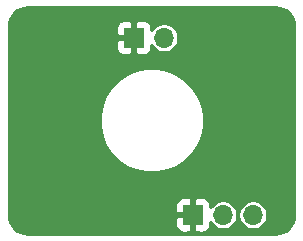
<source format=gbr>
G04 #@! TF.GenerationSoftware,KiCad,Pcbnew,5.1.5*
G04 #@! TF.CreationDate,2019-11-23T18:51:37+01:00*
G04 #@! TF.ProjectId,leg_sensor_board,6c65675f-7365-46e7-936f-725f626f6172,rev?*
G04 #@! TF.SameCoordinates,Original*
G04 #@! TF.FileFunction,Copper,L2,Bot*
G04 #@! TF.FilePolarity,Positive*
%FSLAX46Y46*%
G04 Gerber Fmt 4.6, Leading zero omitted, Abs format (unit mm)*
G04 Created by KiCad (PCBNEW 5.1.5) date 2019-11-23 18:51:37*
%MOMM*%
%LPD*%
G04 APERTURE LIST*
%ADD10R,1.700000X1.700000*%
%ADD11O,1.700000X1.700000*%
%ADD12C,0.800000*%
%ADD13C,0.254000*%
G04 APERTURE END LIST*
D10*
X110000000Y-99000000D03*
D11*
X112540000Y-99000000D03*
D10*
X115000000Y-114000000D03*
D11*
X117540000Y-114000000D03*
X120080000Y-114000000D03*
D12*
X109474000Y-113030000D03*
X110490000Y-113030000D03*
X122428000Y-112522000D03*
X122428000Y-111506000D03*
X117348000Y-101600000D03*
X117348000Y-102616000D03*
X116332000Y-101600000D03*
X104902000Y-114046000D03*
X101092000Y-114046000D03*
X117094000Y-106680000D03*
X114554000Y-109982000D03*
D13*
G36*
X122309229Y-96438267D02*
G01*
X122606688Y-96528075D01*
X122881028Y-96673945D01*
X123121813Y-96870325D01*
X123319873Y-97109736D01*
X123467654Y-97383053D01*
X123559535Y-97679872D01*
X123594000Y-98007782D01*
X123594001Y-113980136D01*
X123561733Y-114309230D01*
X123471926Y-114606684D01*
X123326056Y-114881025D01*
X123129675Y-115121813D01*
X122890265Y-115319871D01*
X122616948Y-115467654D01*
X122320128Y-115559535D01*
X121992218Y-115594000D01*
X101019854Y-115594000D01*
X100690770Y-115561733D01*
X100393316Y-115471926D01*
X100118975Y-115326056D01*
X99878187Y-115129675D01*
X99680129Y-114890265D01*
X99658358Y-114850000D01*
X113511928Y-114850000D01*
X113524188Y-114974482D01*
X113560498Y-115094180D01*
X113619463Y-115204494D01*
X113698815Y-115301185D01*
X113795506Y-115380537D01*
X113905820Y-115439502D01*
X114025518Y-115475812D01*
X114150000Y-115488072D01*
X114714250Y-115485000D01*
X114873000Y-115326250D01*
X114873000Y-114127000D01*
X113673750Y-114127000D01*
X113515000Y-114285750D01*
X113511928Y-114850000D01*
X99658358Y-114850000D01*
X99532346Y-114616948D01*
X99440465Y-114320128D01*
X99406000Y-113992218D01*
X99406000Y-113150000D01*
X113511928Y-113150000D01*
X113515000Y-113714250D01*
X113673750Y-113873000D01*
X114873000Y-113873000D01*
X114873000Y-112673750D01*
X115127000Y-112673750D01*
X115127000Y-113873000D01*
X115147000Y-113873000D01*
X115147000Y-114127000D01*
X115127000Y-114127000D01*
X115127000Y-115326250D01*
X115285750Y-115485000D01*
X115850000Y-115488072D01*
X115974482Y-115475812D01*
X116094180Y-115439502D01*
X116204494Y-115380537D01*
X116301185Y-115301185D01*
X116380537Y-115204494D01*
X116439502Y-115094180D01*
X116475812Y-114974482D01*
X116488072Y-114850000D01*
X116486927Y-114639706D01*
X116583820Y-114784717D01*
X116755283Y-114956180D01*
X116956903Y-115090898D01*
X117180931Y-115183693D01*
X117418757Y-115231000D01*
X117661243Y-115231000D01*
X117899069Y-115183693D01*
X118123097Y-115090898D01*
X118324717Y-114956180D01*
X118496180Y-114784717D01*
X118630898Y-114583097D01*
X118723693Y-114359069D01*
X118771000Y-114121243D01*
X118771000Y-113878757D01*
X118849000Y-113878757D01*
X118849000Y-114121243D01*
X118896307Y-114359069D01*
X118989102Y-114583097D01*
X119123820Y-114784717D01*
X119295283Y-114956180D01*
X119496903Y-115090898D01*
X119720931Y-115183693D01*
X119958757Y-115231000D01*
X120201243Y-115231000D01*
X120439069Y-115183693D01*
X120663097Y-115090898D01*
X120864717Y-114956180D01*
X121036180Y-114784717D01*
X121170898Y-114583097D01*
X121263693Y-114359069D01*
X121311000Y-114121243D01*
X121311000Y-113878757D01*
X121263693Y-113640931D01*
X121170898Y-113416903D01*
X121036180Y-113215283D01*
X120864717Y-113043820D01*
X120663097Y-112909102D01*
X120439069Y-112816307D01*
X120201243Y-112769000D01*
X119958757Y-112769000D01*
X119720931Y-112816307D01*
X119496903Y-112909102D01*
X119295283Y-113043820D01*
X119123820Y-113215283D01*
X118989102Y-113416903D01*
X118896307Y-113640931D01*
X118849000Y-113878757D01*
X118771000Y-113878757D01*
X118723693Y-113640931D01*
X118630898Y-113416903D01*
X118496180Y-113215283D01*
X118324717Y-113043820D01*
X118123097Y-112909102D01*
X117899069Y-112816307D01*
X117661243Y-112769000D01*
X117418757Y-112769000D01*
X117180931Y-112816307D01*
X116956903Y-112909102D01*
X116755283Y-113043820D01*
X116583820Y-113215283D01*
X116486927Y-113360294D01*
X116488072Y-113150000D01*
X116475812Y-113025518D01*
X116439502Y-112905820D01*
X116380537Y-112795506D01*
X116301185Y-112698815D01*
X116204494Y-112619463D01*
X116094180Y-112560498D01*
X115974482Y-112524188D01*
X115850000Y-112511928D01*
X115285750Y-112515000D01*
X115127000Y-112673750D01*
X114873000Y-112673750D01*
X114714250Y-112515000D01*
X114150000Y-112511928D01*
X114025518Y-112524188D01*
X113905820Y-112560498D01*
X113795506Y-112619463D01*
X113698815Y-112698815D01*
X113619463Y-112795506D01*
X113560498Y-112905820D01*
X113524188Y-113025518D01*
X113511928Y-113150000D01*
X99406000Y-113150000D01*
X99406000Y-105566176D01*
X107095312Y-105566176D01*
X107095312Y-106433824D01*
X107264582Y-107284800D01*
X107596616Y-108086402D01*
X108078656Y-108807825D01*
X108692175Y-109421344D01*
X109413598Y-109903384D01*
X110215200Y-110235418D01*
X111066176Y-110404688D01*
X111933824Y-110404688D01*
X112784800Y-110235418D01*
X113586402Y-109903384D01*
X114307825Y-109421344D01*
X114921344Y-108807825D01*
X115403384Y-108086402D01*
X115735418Y-107284800D01*
X115904688Y-106433824D01*
X115904688Y-105566176D01*
X115735418Y-104715200D01*
X115403384Y-103913598D01*
X114921344Y-103192175D01*
X114307825Y-102578656D01*
X113586402Y-102096616D01*
X112784800Y-101764582D01*
X111933824Y-101595312D01*
X111066176Y-101595312D01*
X110215200Y-101764582D01*
X109413598Y-102096616D01*
X108692175Y-102578656D01*
X108078656Y-103192175D01*
X107596616Y-103913598D01*
X107264582Y-104715200D01*
X107095312Y-105566176D01*
X99406000Y-105566176D01*
X99406000Y-99850000D01*
X108511928Y-99850000D01*
X108524188Y-99974482D01*
X108560498Y-100094180D01*
X108619463Y-100204494D01*
X108698815Y-100301185D01*
X108795506Y-100380537D01*
X108905820Y-100439502D01*
X109025518Y-100475812D01*
X109150000Y-100488072D01*
X109714250Y-100485000D01*
X109873000Y-100326250D01*
X109873000Y-99127000D01*
X108673750Y-99127000D01*
X108515000Y-99285750D01*
X108511928Y-99850000D01*
X99406000Y-99850000D01*
X99406000Y-98150000D01*
X108511928Y-98150000D01*
X108515000Y-98714250D01*
X108673750Y-98873000D01*
X109873000Y-98873000D01*
X109873000Y-97673750D01*
X110127000Y-97673750D01*
X110127000Y-98873000D01*
X110147000Y-98873000D01*
X110147000Y-99127000D01*
X110127000Y-99127000D01*
X110127000Y-100326250D01*
X110285750Y-100485000D01*
X110850000Y-100488072D01*
X110974482Y-100475812D01*
X111094180Y-100439502D01*
X111204494Y-100380537D01*
X111301185Y-100301185D01*
X111380537Y-100204494D01*
X111439502Y-100094180D01*
X111475812Y-99974482D01*
X111488072Y-99850000D01*
X111486927Y-99639706D01*
X111583820Y-99784717D01*
X111755283Y-99956180D01*
X111956903Y-100090898D01*
X112180931Y-100183693D01*
X112418757Y-100231000D01*
X112661243Y-100231000D01*
X112899069Y-100183693D01*
X113123097Y-100090898D01*
X113324717Y-99956180D01*
X113496180Y-99784717D01*
X113630898Y-99583097D01*
X113723693Y-99359069D01*
X113771000Y-99121243D01*
X113771000Y-98878757D01*
X113723693Y-98640931D01*
X113630898Y-98416903D01*
X113496180Y-98215283D01*
X113324717Y-98043820D01*
X113123097Y-97909102D01*
X112899069Y-97816307D01*
X112661243Y-97769000D01*
X112418757Y-97769000D01*
X112180931Y-97816307D01*
X111956903Y-97909102D01*
X111755283Y-98043820D01*
X111583820Y-98215283D01*
X111486927Y-98360294D01*
X111488072Y-98150000D01*
X111475812Y-98025518D01*
X111439502Y-97905820D01*
X111380537Y-97795506D01*
X111301185Y-97698815D01*
X111204494Y-97619463D01*
X111094180Y-97560498D01*
X110974482Y-97524188D01*
X110850000Y-97511928D01*
X110285750Y-97515000D01*
X110127000Y-97673750D01*
X109873000Y-97673750D01*
X109714250Y-97515000D01*
X109150000Y-97511928D01*
X109025518Y-97524188D01*
X108905820Y-97560498D01*
X108795506Y-97619463D01*
X108698815Y-97698815D01*
X108619463Y-97795506D01*
X108560498Y-97905820D01*
X108524188Y-98025518D01*
X108511928Y-98150000D01*
X99406000Y-98150000D01*
X99406000Y-98019854D01*
X99438267Y-97690771D01*
X99528075Y-97393312D01*
X99673945Y-97118972D01*
X99870325Y-96878187D01*
X100109736Y-96680127D01*
X100383053Y-96532346D01*
X100679872Y-96440465D01*
X101007782Y-96406000D01*
X121980146Y-96406000D01*
X122309229Y-96438267D01*
G37*
X122309229Y-96438267D02*
X122606688Y-96528075D01*
X122881028Y-96673945D01*
X123121813Y-96870325D01*
X123319873Y-97109736D01*
X123467654Y-97383053D01*
X123559535Y-97679872D01*
X123594000Y-98007782D01*
X123594001Y-113980136D01*
X123561733Y-114309230D01*
X123471926Y-114606684D01*
X123326056Y-114881025D01*
X123129675Y-115121813D01*
X122890265Y-115319871D01*
X122616948Y-115467654D01*
X122320128Y-115559535D01*
X121992218Y-115594000D01*
X101019854Y-115594000D01*
X100690770Y-115561733D01*
X100393316Y-115471926D01*
X100118975Y-115326056D01*
X99878187Y-115129675D01*
X99680129Y-114890265D01*
X99658358Y-114850000D01*
X113511928Y-114850000D01*
X113524188Y-114974482D01*
X113560498Y-115094180D01*
X113619463Y-115204494D01*
X113698815Y-115301185D01*
X113795506Y-115380537D01*
X113905820Y-115439502D01*
X114025518Y-115475812D01*
X114150000Y-115488072D01*
X114714250Y-115485000D01*
X114873000Y-115326250D01*
X114873000Y-114127000D01*
X113673750Y-114127000D01*
X113515000Y-114285750D01*
X113511928Y-114850000D01*
X99658358Y-114850000D01*
X99532346Y-114616948D01*
X99440465Y-114320128D01*
X99406000Y-113992218D01*
X99406000Y-113150000D01*
X113511928Y-113150000D01*
X113515000Y-113714250D01*
X113673750Y-113873000D01*
X114873000Y-113873000D01*
X114873000Y-112673750D01*
X115127000Y-112673750D01*
X115127000Y-113873000D01*
X115147000Y-113873000D01*
X115147000Y-114127000D01*
X115127000Y-114127000D01*
X115127000Y-115326250D01*
X115285750Y-115485000D01*
X115850000Y-115488072D01*
X115974482Y-115475812D01*
X116094180Y-115439502D01*
X116204494Y-115380537D01*
X116301185Y-115301185D01*
X116380537Y-115204494D01*
X116439502Y-115094180D01*
X116475812Y-114974482D01*
X116488072Y-114850000D01*
X116486927Y-114639706D01*
X116583820Y-114784717D01*
X116755283Y-114956180D01*
X116956903Y-115090898D01*
X117180931Y-115183693D01*
X117418757Y-115231000D01*
X117661243Y-115231000D01*
X117899069Y-115183693D01*
X118123097Y-115090898D01*
X118324717Y-114956180D01*
X118496180Y-114784717D01*
X118630898Y-114583097D01*
X118723693Y-114359069D01*
X118771000Y-114121243D01*
X118771000Y-113878757D01*
X118849000Y-113878757D01*
X118849000Y-114121243D01*
X118896307Y-114359069D01*
X118989102Y-114583097D01*
X119123820Y-114784717D01*
X119295283Y-114956180D01*
X119496903Y-115090898D01*
X119720931Y-115183693D01*
X119958757Y-115231000D01*
X120201243Y-115231000D01*
X120439069Y-115183693D01*
X120663097Y-115090898D01*
X120864717Y-114956180D01*
X121036180Y-114784717D01*
X121170898Y-114583097D01*
X121263693Y-114359069D01*
X121311000Y-114121243D01*
X121311000Y-113878757D01*
X121263693Y-113640931D01*
X121170898Y-113416903D01*
X121036180Y-113215283D01*
X120864717Y-113043820D01*
X120663097Y-112909102D01*
X120439069Y-112816307D01*
X120201243Y-112769000D01*
X119958757Y-112769000D01*
X119720931Y-112816307D01*
X119496903Y-112909102D01*
X119295283Y-113043820D01*
X119123820Y-113215283D01*
X118989102Y-113416903D01*
X118896307Y-113640931D01*
X118849000Y-113878757D01*
X118771000Y-113878757D01*
X118723693Y-113640931D01*
X118630898Y-113416903D01*
X118496180Y-113215283D01*
X118324717Y-113043820D01*
X118123097Y-112909102D01*
X117899069Y-112816307D01*
X117661243Y-112769000D01*
X117418757Y-112769000D01*
X117180931Y-112816307D01*
X116956903Y-112909102D01*
X116755283Y-113043820D01*
X116583820Y-113215283D01*
X116486927Y-113360294D01*
X116488072Y-113150000D01*
X116475812Y-113025518D01*
X116439502Y-112905820D01*
X116380537Y-112795506D01*
X116301185Y-112698815D01*
X116204494Y-112619463D01*
X116094180Y-112560498D01*
X115974482Y-112524188D01*
X115850000Y-112511928D01*
X115285750Y-112515000D01*
X115127000Y-112673750D01*
X114873000Y-112673750D01*
X114714250Y-112515000D01*
X114150000Y-112511928D01*
X114025518Y-112524188D01*
X113905820Y-112560498D01*
X113795506Y-112619463D01*
X113698815Y-112698815D01*
X113619463Y-112795506D01*
X113560498Y-112905820D01*
X113524188Y-113025518D01*
X113511928Y-113150000D01*
X99406000Y-113150000D01*
X99406000Y-105566176D01*
X107095312Y-105566176D01*
X107095312Y-106433824D01*
X107264582Y-107284800D01*
X107596616Y-108086402D01*
X108078656Y-108807825D01*
X108692175Y-109421344D01*
X109413598Y-109903384D01*
X110215200Y-110235418D01*
X111066176Y-110404688D01*
X111933824Y-110404688D01*
X112784800Y-110235418D01*
X113586402Y-109903384D01*
X114307825Y-109421344D01*
X114921344Y-108807825D01*
X115403384Y-108086402D01*
X115735418Y-107284800D01*
X115904688Y-106433824D01*
X115904688Y-105566176D01*
X115735418Y-104715200D01*
X115403384Y-103913598D01*
X114921344Y-103192175D01*
X114307825Y-102578656D01*
X113586402Y-102096616D01*
X112784800Y-101764582D01*
X111933824Y-101595312D01*
X111066176Y-101595312D01*
X110215200Y-101764582D01*
X109413598Y-102096616D01*
X108692175Y-102578656D01*
X108078656Y-103192175D01*
X107596616Y-103913598D01*
X107264582Y-104715200D01*
X107095312Y-105566176D01*
X99406000Y-105566176D01*
X99406000Y-99850000D01*
X108511928Y-99850000D01*
X108524188Y-99974482D01*
X108560498Y-100094180D01*
X108619463Y-100204494D01*
X108698815Y-100301185D01*
X108795506Y-100380537D01*
X108905820Y-100439502D01*
X109025518Y-100475812D01*
X109150000Y-100488072D01*
X109714250Y-100485000D01*
X109873000Y-100326250D01*
X109873000Y-99127000D01*
X108673750Y-99127000D01*
X108515000Y-99285750D01*
X108511928Y-99850000D01*
X99406000Y-99850000D01*
X99406000Y-98150000D01*
X108511928Y-98150000D01*
X108515000Y-98714250D01*
X108673750Y-98873000D01*
X109873000Y-98873000D01*
X109873000Y-97673750D01*
X110127000Y-97673750D01*
X110127000Y-98873000D01*
X110147000Y-98873000D01*
X110147000Y-99127000D01*
X110127000Y-99127000D01*
X110127000Y-100326250D01*
X110285750Y-100485000D01*
X110850000Y-100488072D01*
X110974482Y-100475812D01*
X111094180Y-100439502D01*
X111204494Y-100380537D01*
X111301185Y-100301185D01*
X111380537Y-100204494D01*
X111439502Y-100094180D01*
X111475812Y-99974482D01*
X111488072Y-99850000D01*
X111486927Y-99639706D01*
X111583820Y-99784717D01*
X111755283Y-99956180D01*
X111956903Y-100090898D01*
X112180931Y-100183693D01*
X112418757Y-100231000D01*
X112661243Y-100231000D01*
X112899069Y-100183693D01*
X113123097Y-100090898D01*
X113324717Y-99956180D01*
X113496180Y-99784717D01*
X113630898Y-99583097D01*
X113723693Y-99359069D01*
X113771000Y-99121243D01*
X113771000Y-98878757D01*
X113723693Y-98640931D01*
X113630898Y-98416903D01*
X113496180Y-98215283D01*
X113324717Y-98043820D01*
X113123097Y-97909102D01*
X112899069Y-97816307D01*
X112661243Y-97769000D01*
X112418757Y-97769000D01*
X112180931Y-97816307D01*
X111956903Y-97909102D01*
X111755283Y-98043820D01*
X111583820Y-98215283D01*
X111486927Y-98360294D01*
X111488072Y-98150000D01*
X111475812Y-98025518D01*
X111439502Y-97905820D01*
X111380537Y-97795506D01*
X111301185Y-97698815D01*
X111204494Y-97619463D01*
X111094180Y-97560498D01*
X110974482Y-97524188D01*
X110850000Y-97511928D01*
X110285750Y-97515000D01*
X110127000Y-97673750D01*
X109873000Y-97673750D01*
X109714250Y-97515000D01*
X109150000Y-97511928D01*
X109025518Y-97524188D01*
X108905820Y-97560498D01*
X108795506Y-97619463D01*
X108698815Y-97698815D01*
X108619463Y-97795506D01*
X108560498Y-97905820D01*
X108524188Y-98025518D01*
X108511928Y-98150000D01*
X99406000Y-98150000D01*
X99406000Y-98019854D01*
X99438267Y-97690771D01*
X99528075Y-97393312D01*
X99673945Y-97118972D01*
X99870325Y-96878187D01*
X100109736Y-96680127D01*
X100383053Y-96532346D01*
X100679872Y-96440465D01*
X101007782Y-96406000D01*
X121980146Y-96406000D01*
X122309229Y-96438267D01*
M02*

</source>
